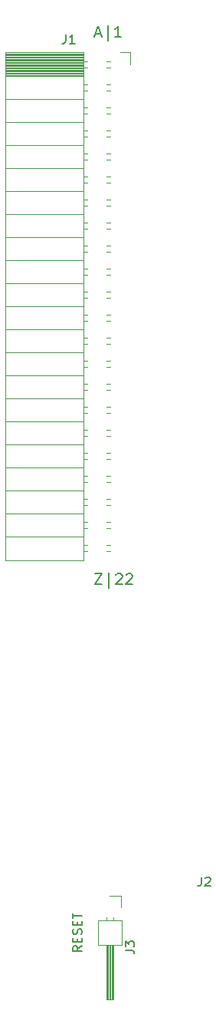
<source format=gbr>
%TF.GenerationSoftware,KiCad,Pcbnew,7.0.11*%
%TF.CreationDate,2025-08-02T11:26:45+02:00*%
%TF.ProjectId,pal-2-kim-adapter,70616c2d-322d-46b6-996d-2d6164617074,rev?*%
%TF.SameCoordinates,Original*%
%TF.FileFunction,Legend,Top*%
%TF.FilePolarity,Positive*%
%FSLAX46Y46*%
G04 Gerber Fmt 4.6, Leading zero omitted, Abs format (unit mm)*
G04 Created by KiCad (PCBNEW 7.0.11) date 2025-08-02 11:26:45*
%MOMM*%
%LPD*%
G01*
G04 APERTURE LIST*
G04 Aperture macros list*
%AMFreePoly0*
4,1,22,-1.270000,3.180000,1.270000,3.180000,1.270000,-1.910000,1.254364,-2.108672,1.198732,-2.329454,1.104571,-2.536755,0.974909,-2.723912,0.813912,-2.884909,0.626755,-3.014571,0.419454,-3.108732,0.198672,-3.164364,0.000000,-3.180000,-0.198672,-3.164364,-0.419454,-3.108732,-0.626755,-3.014571,-0.813912,-2.884909,-0.974909,-2.723912,-1.104571,-2.536755,-1.198732,-2.329454,-1.254364,-2.108672,
-1.270000,-1.910000,-1.270000,3.180000,-1.270000,3.180000,$1*%
G04 Aperture macros list end*
%ADD10C,0.150000*%
%ADD11C,0.200000*%
%ADD12C,0.120000*%
%ADD13R,1.700000X1.700000*%
%ADD14O,1.700000X1.700000*%
%ADD15FreePoly0,270.000000*%
G04 APERTURE END LIST*
D10*
X147429819Y-151671792D02*
X146953628Y-152005125D01*
X147429819Y-152243220D02*
X146429819Y-152243220D01*
X146429819Y-152243220D02*
X146429819Y-151862268D01*
X146429819Y-151862268D02*
X146477438Y-151767030D01*
X146477438Y-151767030D02*
X146525057Y-151719411D01*
X146525057Y-151719411D02*
X146620295Y-151671792D01*
X146620295Y-151671792D02*
X146763152Y-151671792D01*
X146763152Y-151671792D02*
X146858390Y-151719411D01*
X146858390Y-151719411D02*
X146906009Y-151767030D01*
X146906009Y-151767030D02*
X146953628Y-151862268D01*
X146953628Y-151862268D02*
X146953628Y-152243220D01*
X146906009Y-151243220D02*
X146906009Y-150909887D01*
X147429819Y-150767030D02*
X147429819Y-151243220D01*
X147429819Y-151243220D02*
X146429819Y-151243220D01*
X146429819Y-151243220D02*
X146429819Y-150767030D01*
X147382200Y-150386077D02*
X147429819Y-150243220D01*
X147429819Y-150243220D02*
X147429819Y-150005125D01*
X147429819Y-150005125D02*
X147382200Y-149909887D01*
X147382200Y-149909887D02*
X147334580Y-149862268D01*
X147334580Y-149862268D02*
X147239342Y-149814649D01*
X147239342Y-149814649D02*
X147144104Y-149814649D01*
X147144104Y-149814649D02*
X147048866Y-149862268D01*
X147048866Y-149862268D02*
X147001247Y-149909887D01*
X147001247Y-149909887D02*
X146953628Y-150005125D01*
X146953628Y-150005125D02*
X146906009Y-150195601D01*
X146906009Y-150195601D02*
X146858390Y-150290839D01*
X146858390Y-150290839D02*
X146810771Y-150338458D01*
X146810771Y-150338458D02*
X146715533Y-150386077D01*
X146715533Y-150386077D02*
X146620295Y-150386077D01*
X146620295Y-150386077D02*
X146525057Y-150338458D01*
X146525057Y-150338458D02*
X146477438Y-150290839D01*
X146477438Y-150290839D02*
X146429819Y-150195601D01*
X146429819Y-150195601D02*
X146429819Y-149957506D01*
X146429819Y-149957506D02*
X146477438Y-149814649D01*
X146906009Y-149386077D02*
X146906009Y-149052744D01*
X147429819Y-148909887D02*
X147429819Y-149386077D01*
X147429819Y-149386077D02*
X146429819Y-149386077D01*
X146429819Y-149386077D02*
X146429819Y-148909887D01*
X146429819Y-148624172D02*
X146429819Y-148052744D01*
X147429819Y-148338458D02*
X146429819Y-148338458D01*
D11*
X148873006Y-110606742D02*
X149673006Y-110606742D01*
X149673006Y-110606742D02*
X148873006Y-111806742D01*
X148873006Y-111806742D02*
X149673006Y-111806742D01*
X150415863Y-112206742D02*
X150415863Y-110492457D01*
X151215863Y-110721028D02*
X151273006Y-110663885D01*
X151273006Y-110663885D02*
X151387292Y-110606742D01*
X151387292Y-110606742D02*
X151673006Y-110606742D01*
X151673006Y-110606742D02*
X151787292Y-110663885D01*
X151787292Y-110663885D02*
X151844434Y-110721028D01*
X151844434Y-110721028D02*
X151901577Y-110835314D01*
X151901577Y-110835314D02*
X151901577Y-110949600D01*
X151901577Y-110949600D02*
X151844434Y-111121028D01*
X151844434Y-111121028D02*
X151158720Y-111806742D01*
X151158720Y-111806742D02*
X151901577Y-111806742D01*
X152358720Y-110721028D02*
X152415863Y-110663885D01*
X152415863Y-110663885D02*
X152530149Y-110606742D01*
X152530149Y-110606742D02*
X152815863Y-110606742D01*
X152815863Y-110606742D02*
X152930149Y-110663885D01*
X152930149Y-110663885D02*
X152987291Y-110721028D01*
X152987291Y-110721028D02*
X153044434Y-110835314D01*
X153044434Y-110835314D02*
X153044434Y-110949600D01*
X153044434Y-110949600D02*
X152987291Y-111121028D01*
X152987291Y-111121028D02*
X152301577Y-111806742D01*
X152301577Y-111806742D02*
X153044434Y-111806742D01*
X148930149Y-51063885D02*
X149501578Y-51063885D01*
X148815863Y-51406742D02*
X149215863Y-50206742D01*
X149215863Y-50206742D02*
X149615863Y-51406742D01*
X150301577Y-51806742D02*
X150301577Y-50092457D01*
X151787291Y-51406742D02*
X151101577Y-51406742D01*
X151444434Y-51406742D02*
X151444434Y-50206742D01*
X151444434Y-50206742D02*
X151330148Y-50378171D01*
X151330148Y-50378171D02*
X151215863Y-50492457D01*
X151215863Y-50492457D02*
X151101577Y-50549600D01*
D10*
X145666666Y-51134819D02*
X145666666Y-51849104D01*
X145666666Y-51849104D02*
X145619047Y-51991961D01*
X145619047Y-51991961D02*
X145523809Y-52087200D01*
X145523809Y-52087200D02*
X145380952Y-52134819D01*
X145380952Y-52134819D02*
X145285714Y-52134819D01*
X146666666Y-52134819D02*
X146095238Y-52134819D01*
X146380952Y-52134819D02*
X146380952Y-51134819D01*
X146380952Y-51134819D02*
X146285714Y-51277676D01*
X146285714Y-51277676D02*
X146190476Y-51372914D01*
X146190476Y-51372914D02*
X146095238Y-51420533D01*
X152244819Y-152153333D02*
X152959104Y-152153333D01*
X152959104Y-152153333D02*
X153101961Y-152200952D01*
X153101961Y-152200952D02*
X153197200Y-152296190D01*
X153197200Y-152296190D02*
X153244819Y-152439047D01*
X153244819Y-152439047D02*
X153244819Y-152534285D01*
X152244819Y-151772380D02*
X152244819Y-151153333D01*
X152244819Y-151153333D02*
X152625771Y-151486666D01*
X152625771Y-151486666D02*
X152625771Y-151343809D01*
X152625771Y-151343809D02*
X152673390Y-151248571D01*
X152673390Y-151248571D02*
X152721009Y-151200952D01*
X152721009Y-151200952D02*
X152816247Y-151153333D01*
X152816247Y-151153333D02*
X153054342Y-151153333D01*
X153054342Y-151153333D02*
X153149580Y-151200952D01*
X153149580Y-151200952D02*
X153197200Y-151248571D01*
X153197200Y-151248571D02*
X153244819Y-151343809D01*
X153244819Y-151343809D02*
X153244819Y-151629523D01*
X153244819Y-151629523D02*
X153197200Y-151724761D01*
X153197200Y-151724761D02*
X153149580Y-151772380D01*
X160656666Y-144074819D02*
X160656666Y-144789104D01*
X160656666Y-144789104D02*
X160609047Y-144931961D01*
X160609047Y-144931961D02*
X160513809Y-145027200D01*
X160513809Y-145027200D02*
X160370952Y-145074819D01*
X160370952Y-145074819D02*
X160275714Y-145074819D01*
X161085238Y-144170057D02*
X161132857Y-144122438D01*
X161132857Y-144122438D02*
X161228095Y-144074819D01*
X161228095Y-144074819D02*
X161466190Y-144074819D01*
X161466190Y-144074819D02*
X161561428Y-144122438D01*
X161561428Y-144122438D02*
X161609047Y-144170057D01*
X161609047Y-144170057D02*
X161656666Y-144265295D01*
X161656666Y-144265295D02*
X161656666Y-144360533D01*
X161656666Y-144360533D02*
X161609047Y-144503390D01*
X161609047Y-144503390D02*
X161037619Y-145074819D01*
X161037619Y-145074819D02*
X161656666Y-145074819D01*
D12*
%TO.C,J1*%
X139020000Y-53120000D02*
X139020000Y-109120000D01*
X139020000Y-53120000D02*
X147650000Y-53120000D01*
X139020000Y-53240000D02*
X147650000Y-53240000D01*
X139020000Y-53358095D02*
X147650000Y-53358095D01*
X139020000Y-53476190D02*
X147650000Y-53476190D01*
X139020000Y-53594285D02*
X147650000Y-53594285D01*
X139020000Y-53712380D02*
X147650000Y-53712380D01*
X139020000Y-53830475D02*
X147650000Y-53830475D01*
X139020000Y-53948570D02*
X147650000Y-53948570D01*
X139020000Y-54066665D02*
X147650000Y-54066665D01*
X139020000Y-54184760D02*
X147650000Y-54184760D01*
X139020000Y-54302855D02*
X147650000Y-54302855D01*
X139020000Y-54420950D02*
X147650000Y-54420950D01*
X139020000Y-54539045D02*
X147650000Y-54539045D01*
X139020000Y-54657140D02*
X147650000Y-54657140D01*
X139020000Y-54775235D02*
X147650000Y-54775235D01*
X139020000Y-54893330D02*
X147650000Y-54893330D01*
X139020000Y-55011425D02*
X147650000Y-55011425D01*
X139020000Y-55129520D02*
X147650000Y-55129520D01*
X139020000Y-55247615D02*
X147650000Y-55247615D01*
X139020000Y-55365710D02*
X147650000Y-55365710D01*
X139020000Y-55483805D02*
X147650000Y-55483805D01*
X139020000Y-55601900D02*
X147650000Y-55601900D01*
X139020000Y-55720000D02*
X147650000Y-55720000D01*
X139020000Y-58260000D02*
X147650000Y-58260000D01*
X139020000Y-60800000D02*
X147650000Y-60800000D01*
X139020000Y-63340000D02*
X147650000Y-63340000D01*
X139020000Y-65880000D02*
X147650000Y-65880000D01*
X139020000Y-68420000D02*
X147650000Y-68420000D01*
X139020000Y-70960000D02*
X147650000Y-70960000D01*
X139020000Y-73500000D02*
X147650000Y-73500000D01*
X139020000Y-76040000D02*
X147650000Y-76040000D01*
X139020000Y-78580000D02*
X147650000Y-78580000D01*
X139020000Y-81120000D02*
X147650000Y-81120000D01*
X139020000Y-83660000D02*
X147650000Y-83660000D01*
X139020000Y-86200000D02*
X147650000Y-86200000D01*
X139020000Y-88740000D02*
X147650000Y-88740000D01*
X139020000Y-91280000D02*
X147650000Y-91280000D01*
X139020000Y-93820000D02*
X147650000Y-93820000D01*
X139020000Y-96360000D02*
X147650000Y-96360000D01*
X139020000Y-98900000D02*
X147650000Y-98900000D01*
X139020000Y-101440000D02*
X147650000Y-101440000D01*
X139020000Y-103980000D02*
X147650000Y-103980000D01*
X139020000Y-106520000D02*
X147650000Y-106520000D01*
X139020000Y-109120000D02*
X147650000Y-109120000D01*
X147650000Y-53120000D02*
X147650000Y-109120000D01*
X147650000Y-54090000D02*
X148060000Y-54090000D01*
X147650000Y-54810000D02*
X148060000Y-54810000D01*
X147650000Y-56630000D02*
X148060000Y-56630000D01*
X147650000Y-57350000D02*
X148060000Y-57350000D01*
X147650000Y-59170000D02*
X148060000Y-59170000D01*
X147650000Y-59890000D02*
X148060000Y-59890000D01*
X147650000Y-61710000D02*
X148060000Y-61710000D01*
X147650000Y-62430000D02*
X148060000Y-62430000D01*
X147650000Y-64250000D02*
X148060000Y-64250000D01*
X147650000Y-64970000D02*
X148060000Y-64970000D01*
X147650000Y-66790000D02*
X148060000Y-66790000D01*
X147650000Y-67510000D02*
X148060000Y-67510000D01*
X147650000Y-69330000D02*
X148060000Y-69330000D01*
X147650000Y-70050000D02*
X148060000Y-70050000D01*
X147650000Y-71870000D02*
X148060000Y-71870000D01*
X147650000Y-72590000D02*
X148060000Y-72590000D01*
X147650000Y-74410000D02*
X148060000Y-74410000D01*
X147650000Y-75130000D02*
X148060000Y-75130000D01*
X147650000Y-76950000D02*
X148060000Y-76950000D01*
X147650000Y-77670000D02*
X148060000Y-77670000D01*
X147650000Y-79490000D02*
X148060000Y-79490000D01*
X147650000Y-80210000D02*
X148060000Y-80210000D01*
X147650000Y-82030000D02*
X148060000Y-82030000D01*
X147650000Y-82750000D02*
X148060000Y-82750000D01*
X147650000Y-84570000D02*
X148060000Y-84570000D01*
X147650000Y-85290000D02*
X148060000Y-85290000D01*
X147650000Y-87110000D02*
X148060000Y-87110000D01*
X147650000Y-87830000D02*
X148060000Y-87830000D01*
X147650000Y-89650000D02*
X148060000Y-89650000D01*
X147650000Y-90370000D02*
X148060000Y-90370000D01*
X147650000Y-92190000D02*
X148060000Y-92190000D01*
X147650000Y-92910000D02*
X148060000Y-92910000D01*
X147650000Y-94730000D02*
X148060000Y-94730000D01*
X147650000Y-95450000D02*
X148060000Y-95450000D01*
X147650000Y-97270000D02*
X148060000Y-97270000D01*
X147650000Y-97990000D02*
X148060000Y-97990000D01*
X147650000Y-99810000D02*
X148060000Y-99810000D01*
X147650000Y-100530000D02*
X148060000Y-100530000D01*
X147650000Y-102350000D02*
X148060000Y-102350000D01*
X147650000Y-103070000D02*
X148060000Y-103070000D01*
X147650000Y-104890000D02*
X148060000Y-104890000D01*
X147650000Y-105610000D02*
X148060000Y-105610000D01*
X147650000Y-107430000D02*
X148060000Y-107430000D01*
X147650000Y-108150000D02*
X148060000Y-108150000D01*
X150160000Y-54090000D02*
X150540000Y-54090000D01*
X150160000Y-54810000D02*
X150540000Y-54810000D01*
X150160000Y-56630000D02*
X150600000Y-56630000D01*
X150160000Y-57350000D02*
X150600000Y-57350000D01*
X150160000Y-59170000D02*
X150600000Y-59170000D01*
X150160000Y-59890000D02*
X150600000Y-59890000D01*
X150160000Y-61710000D02*
X150600000Y-61710000D01*
X150160000Y-62430000D02*
X150600000Y-62430000D01*
X150160000Y-64250000D02*
X150600000Y-64250000D01*
X150160000Y-64970000D02*
X150600000Y-64970000D01*
X150160000Y-66790000D02*
X150600000Y-66790000D01*
X150160000Y-67510000D02*
X150600000Y-67510000D01*
X150160000Y-69330000D02*
X150600000Y-69330000D01*
X150160000Y-70050000D02*
X150600000Y-70050000D01*
X150160000Y-71870000D02*
X150600000Y-71870000D01*
X150160000Y-72590000D02*
X150600000Y-72590000D01*
X150160000Y-74410000D02*
X150600000Y-74410000D01*
X150160000Y-75130000D02*
X150600000Y-75130000D01*
X150160000Y-76950000D02*
X150600000Y-76950000D01*
X150160000Y-77670000D02*
X150600000Y-77670000D01*
X150160000Y-79490000D02*
X150600000Y-79490000D01*
X150160000Y-80210000D02*
X150600000Y-80210000D01*
X150160000Y-82030000D02*
X150600000Y-82030000D01*
X150160000Y-82750000D02*
X150600000Y-82750000D01*
X150160000Y-84570000D02*
X150600000Y-84570000D01*
X150160000Y-85290000D02*
X150600000Y-85290000D01*
X150160000Y-87110000D02*
X150600000Y-87110000D01*
X150160000Y-87830000D02*
X150600000Y-87830000D01*
X150160000Y-89650000D02*
X150600000Y-89650000D01*
X150160000Y-90370000D02*
X150600000Y-90370000D01*
X150160000Y-92190000D02*
X150600000Y-92190000D01*
X150160000Y-92910000D02*
X150600000Y-92910000D01*
X150160000Y-94730000D02*
X150600000Y-94730000D01*
X150160000Y-95450000D02*
X150600000Y-95450000D01*
X150160000Y-97270000D02*
X150600000Y-97270000D01*
X150160000Y-97990000D02*
X150600000Y-97990000D01*
X150160000Y-99810000D02*
X150600000Y-99810000D01*
X150160000Y-100530000D02*
X150600000Y-100530000D01*
X150160000Y-102350000D02*
X150600000Y-102350000D01*
X150160000Y-103070000D02*
X150600000Y-103070000D01*
X150160000Y-104890000D02*
X150600000Y-104890000D01*
X150160000Y-105610000D02*
X150600000Y-105610000D01*
X150160000Y-107430000D02*
X150600000Y-107430000D01*
X150160000Y-108150000D02*
X150600000Y-108150000D01*
X151650000Y-53120000D02*
X152760000Y-53120000D01*
X152760000Y-53120000D02*
X152760000Y-54450000D01*
%TO.C,J3*%
X150480000Y-151535000D02*
X150480000Y-157535000D01*
X151850000Y-151535000D02*
X151850000Y-148875000D01*
X151790000Y-146165000D02*
X151790000Y-147435000D01*
X150520000Y-146165000D02*
X151790000Y-146165000D01*
X150140000Y-148545000D02*
X150140000Y-148875000D01*
X149190000Y-151535000D02*
X151850000Y-151535000D01*
X150900000Y-157535000D02*
X150140000Y-157535000D01*
X150240000Y-151535000D02*
X150240000Y-157535000D01*
X150720000Y-151535000D02*
X150720000Y-157535000D01*
X150900000Y-151535000D02*
X150900000Y-157535000D01*
X150840000Y-151535000D02*
X150840000Y-157535000D01*
X150600000Y-151535000D02*
X150600000Y-157535000D01*
X150900000Y-148545000D02*
X150900000Y-148875000D01*
X150140000Y-157535000D02*
X150140000Y-151535000D01*
X150360000Y-151535000D02*
X150360000Y-157535000D01*
X151850000Y-148875000D02*
X149190000Y-148875000D01*
X149190000Y-148875000D02*
X149190000Y-151535000D01*
%TD*%
%LPC*%
D13*
%TO.C,J1*%
X151650000Y-54450000D03*
D14*
X151650000Y-56990000D03*
X151650000Y-59530000D03*
X151650000Y-62070000D03*
X151650000Y-64610000D03*
X151650000Y-67150000D03*
X151650000Y-69690000D03*
X151650000Y-72230000D03*
X151650000Y-74770000D03*
X151650000Y-77310000D03*
X151650000Y-79850000D03*
X151650000Y-82390000D03*
X151650000Y-84930000D03*
X151650000Y-87470000D03*
X151650000Y-90010000D03*
X151650000Y-92550000D03*
X151650000Y-95090000D03*
X151650000Y-97630000D03*
X151650000Y-100170000D03*
X151650000Y-102710000D03*
X151650000Y-105250000D03*
X151650000Y-107790000D03*
X149110000Y-54450000D03*
X149110000Y-56990000D03*
X149110000Y-59530000D03*
X149110000Y-62070000D03*
X149110000Y-64610000D03*
X149110000Y-67150000D03*
X149110000Y-69690000D03*
X149110000Y-72230000D03*
X149110000Y-74770000D03*
X149110000Y-77310000D03*
X149110000Y-79850000D03*
X149110000Y-82390000D03*
X149110000Y-84930000D03*
X149110000Y-87470000D03*
X149110000Y-90010000D03*
X149110000Y-92550000D03*
X149110000Y-95090000D03*
X149110000Y-97630000D03*
X149110000Y-100170000D03*
X149110000Y-102710000D03*
X149110000Y-105250000D03*
X149110000Y-107790000D03*
%TD*%
D13*
%TO.C,J3*%
X150520000Y-147435000D03*
%TD*%
D15*
%TO.C,J2*%
X160990000Y-57140000D03*
X160990000Y-61100000D03*
X160990000Y-65060000D03*
X160990000Y-69020000D03*
X160990000Y-72980000D03*
X160990000Y-76940000D03*
X160990000Y-80900000D03*
X160990000Y-84860000D03*
X160990000Y-88820000D03*
X160990000Y-92780000D03*
X160990000Y-96740000D03*
X160990000Y-100700000D03*
X160990000Y-104660000D03*
X160990000Y-108620000D03*
X160990000Y-112580000D03*
X160990000Y-116540000D03*
X160990000Y-120500000D03*
X160990000Y-124460000D03*
X160990000Y-128420000D03*
X160990000Y-132380000D03*
X160990000Y-136340000D03*
X160990000Y-140300000D03*
%TD*%
%LPD*%
M02*

</source>
